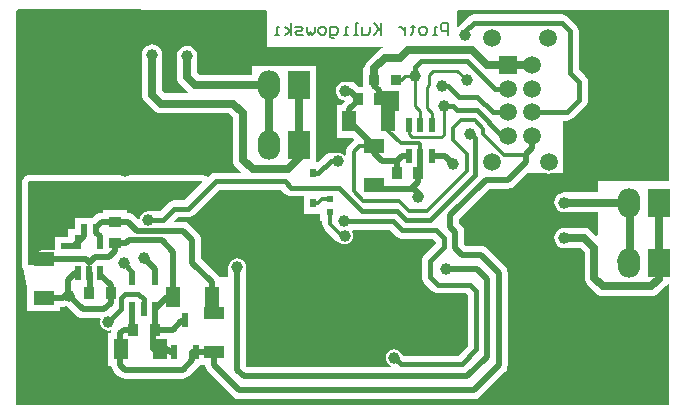
<source format=gbl>
G04 Layer_Physical_Order=2*
G04 Layer_Color=16711680*
%FSAX23Y23*%
%MOIN*%
G70*
G01*
G75*
%ADD10R,0.067X0.043*%
%ADD13R,0.039X0.037*%
%ADD15R,0.071X0.045*%
%ADD17R,0.024X0.020*%
%ADD18R,0.020X0.024*%
%ADD21R,0.037X0.039*%
%ADD22R,0.045X0.071*%
%ADD33C,0.016*%
%ADD34C,0.010*%
%ADD35C,0.012*%
%ADD36C,0.020*%
%ADD37C,0.028*%
%ADD38C,0.008*%
%ADD58R,0.075X0.098*%
%ADD59O,0.075X0.098*%
%ADD60C,0.059*%
%ADD61R,0.059X0.059*%
%ADD62C,0.236*%
%ADD63C,0.039*%
%ADD64R,0.035X0.035*%
%ADD65R,0.024X0.031*%
%ADD66R,0.024X0.048*%
%ADD67R,0.060X0.071*%
G36*
X00643Y00781D02*
X00644Y00777D01*
X00583Y00716D01*
X00550D01*
X00543Y00715D01*
X00536Y00712D01*
X00530Y00708D01*
X00503Y00680D01*
X00461D01*
X00454Y00679D01*
X00447Y00676D01*
X00441Y00672D01*
X00437Y00666D01*
X00434Y00659D01*
X00434Y00655D01*
X00428Y00654D01*
X00416Y00666D01*
X00410Y00671D01*
X00403Y00674D01*
X00395Y00675D01*
X00392D01*
Y00683D01*
X00313D01*
Y00675D01*
X00307D01*
X00300Y00674D01*
X00293Y00671D01*
X00286Y00666D01*
X00286Y00666D01*
X00279Y00659D01*
X00217D01*
Y00629D01*
X00217Y00627D01*
Y00622D01*
X00196D01*
Y00595D01*
X00183D01*
X00181Y00595D01*
X00152D01*
Y00551D01*
X00115D01*
X00108Y00550D01*
X00100Y00547D01*
X00094Y00542D01*
X00090Y00536D01*
X00087Y00529D01*
X00086Y00521D01*
X00087Y00514D01*
X00090Y00506D01*
X00091Y00505D01*
X00088Y00500D01*
X00062D01*
Y00777D01*
X00067Y00782D01*
X00643Y00781D01*
D02*
G37*
G36*
X00855Y01352D02*
X00859Y01349D01*
X00859Y01336D01*
X00858D01*
Y01228D01*
X01245D01*
X01245Y01223D01*
X01243Y01223D01*
X01234Y01220D01*
X01227Y01214D01*
X01193Y01179D01*
X01187Y01172D01*
X01184Y01164D01*
X01183Y01156D01*
X01179D01*
Y01094D01*
X01165D01*
X01158Y01102D01*
X01151Y01107D01*
X01144Y01110D01*
X01136Y01111D01*
X01117D01*
X01109Y01110D01*
X01102Y01107D01*
X01096Y01102D01*
X01091Y01096D01*
X01088Y01089D01*
X01087Y01081D01*
X01088Y01073D01*
X01091Y01066D01*
X01096Y01060D01*
X01102Y01055D01*
X01109Y01052D01*
X01115Y01051D01*
X01117Y01046D01*
X01112Y01042D01*
X01107Y01035D01*
X01107Y01035D01*
X01091D01*
Y00925D01*
X01146D01*
X01149Y00921D01*
X01149Y00916D01*
X01148Y00915D01*
X01129Y00896D01*
X01125Y00891D01*
X01122Y00885D01*
X01121Y00878D01*
Y00866D01*
X01116Y00865D01*
X01115Y00867D01*
X01109Y00871D01*
X01102Y00874D01*
X01095Y00875D01*
X01071D01*
X01064Y00874D01*
X01057Y00871D01*
X01051Y00867D01*
X01028Y00843D01*
X01023Y00845D01*
Y01165D01*
X00808D01*
Y01135D01*
X00634D01*
X00626Y01143D01*
Y01197D01*
X00625Y01206D01*
X00622Y01214D01*
X00616Y01221D01*
X00609Y01227D01*
X00601Y01230D01*
X00592Y01231D01*
X00584Y01230D01*
X00575Y01227D01*
X00569Y01221D01*
X00563Y01214D01*
X00560Y01206D01*
X00559Y01197D01*
Y01129D01*
X00560Y01121D01*
X00563Y01112D01*
X00569Y01105D01*
X00596Y01078D01*
X00595Y01073D01*
X00519D01*
X00509Y01083D01*
Y01202D01*
X00508Y01211D01*
X00505Y01219D01*
X00499Y01226D01*
X00492Y01232D01*
X00484Y01235D01*
X00475Y01236D01*
X00467Y01235D01*
X00458Y01232D01*
X00451Y01226D01*
X00446Y01219D01*
X00443Y01211D01*
X00442Y01202D01*
Y01069D01*
X00443Y01061D01*
X00446Y01053D01*
X00451Y01046D01*
X00481Y01016D01*
X00488Y01010D01*
X00497Y01007D01*
X00505Y01006D01*
X00732D01*
X00745Y00992D01*
Y00852D01*
X00746Y00843D01*
X00750Y00835D01*
X00755Y00828D01*
X00771Y00812D01*
X00769Y00808D01*
X00687D01*
X00680Y00807D01*
X00673Y00804D01*
X00667Y00800D01*
X00663Y00795D01*
X00657Y00796D01*
X00657Y00796D01*
X00653Y00798D01*
X00650Y00800D01*
X00650Y00800D01*
X00650Y00800D01*
X00646Y00801D01*
X00643Y00801D01*
X00067Y00802D01*
X00067Y00802D01*
X00067Y00802D01*
X00063Y00801D01*
X00059Y00801D01*
X00059Y00801D01*
X00059Y00801D01*
X00056Y00798D01*
X00052Y00796D01*
X00052Y00796D01*
X00052Y00796D01*
X00048Y00792D01*
X00048Y00792D01*
X00048Y00792D01*
X00046Y00788D01*
X00043Y00785D01*
X00043Y00785D01*
X00043Y00785D01*
X00043Y00781D01*
X00042Y00777D01*
X00042Y00777D01*
X00042Y00777D01*
Y00500D01*
X00043Y00492D01*
X00044Y00491D01*
X00060Y00426D01*
X00060D01*
Y00349D01*
X00170D01*
Y00362D01*
X00179D01*
X00187Y00363D01*
X00191Y00364D01*
X00223Y00332D01*
X00223Y00332D01*
X00229Y00328D01*
X00237Y00325D01*
X00244Y00324D01*
X00244Y00324D01*
X00301D01*
X00304Y00319D01*
X00303Y00317D01*
X00302Y00310D01*
X00303Y00303D01*
X00306Y00296D01*
X00310Y00290D01*
X00316Y00286D01*
X00323Y00283D01*
X00330Y00282D01*
X00337Y00283D01*
X00340Y00280D01*
X00339Y00275D01*
X00329D01*
Y00165D01*
X00340D01*
X00341Y00158D01*
X00344Y00151D01*
X00349Y00145D01*
X00363Y00130D01*
X00363Y00130D01*
X00369Y00126D01*
X00377Y00123D01*
X00384Y00122D01*
X00384Y00122D01*
X00578D01*
X00586Y00123D01*
X00593Y00126D01*
X00599Y00130D01*
X00631Y00162D01*
X00631Y00162D01*
X00636Y00168D01*
X00636Y00169D01*
X00653D01*
Y00167D01*
X00654Y00159D01*
X00657Y00152D01*
X00661Y00146D01*
X00744Y00063D01*
X00744Y00063D01*
X00750Y00058D01*
X00757Y00055D01*
X00765Y00054D01*
X01549D01*
X01557Y00055D01*
X01564Y00058D01*
X01570Y00063D01*
X01652Y00145D01*
X01657Y00151D01*
X01660Y00158D01*
X01661Y00166D01*
Y00475D01*
X01660Y00483D01*
X01657Y00490D01*
X01652Y00496D01*
X01592Y00556D01*
X01586Y00561D01*
X01579Y00564D01*
X01571Y00565D01*
X01520D01*
X01515Y00570D01*
Y00612D01*
X01514Y00620D01*
X01511Y00627D01*
X01506Y00633D01*
X01506Y00633D01*
X01498Y00641D01*
Y00654D01*
X01599Y00755D01*
X01662D01*
X01670Y00756D01*
X01677Y00759D01*
X01683Y00764D01*
X01725Y00806D01*
X01789D01*
X01797Y00805D01*
X01806Y00806D01*
X01844D01*
Y00982D01*
X01859D01*
X01866Y00983D01*
X01873Y00986D01*
X01878Y00990D01*
X01920Y01031D01*
X01924Y01037D01*
X01927Y01044D01*
X01928Y01051D01*
Y01110D01*
X01927Y01117D01*
X01924Y01124D01*
X01920Y01130D01*
X01897Y01153D01*
Y01281D01*
X01896Y01288D01*
X01893Y01295D01*
X01889Y01301D01*
X01861Y01328D01*
X01855Y01332D01*
X01849Y01335D01*
X01842Y01336D01*
X01548D01*
X01541Y01335D01*
X01534Y01332D01*
X01529Y01328D01*
X01501Y01300D01*
X01496Y01294D01*
X01496Y01293D01*
X01491Y01294D01*
Y01348D01*
X01494Y01352D01*
X02199Y01351D01*
Y00782D01*
X01961D01*
Y00743D01*
X01850D01*
X01841Y00742D01*
X01833Y00739D01*
X01826Y00733D01*
X01821Y00726D01*
X01817Y00718D01*
X01816Y00709D01*
X01817Y00701D01*
X01821Y00693D01*
X01826Y00686D01*
X01833Y00680D01*
X01841Y00677D01*
X01850Y00676D01*
X01961D01*
Y00601D01*
X01956Y00599D01*
X01940Y00615D01*
X01933Y00621D01*
X01925Y00624D01*
X01916Y00625D01*
X01850D01*
X01841Y00624D01*
X01833Y00621D01*
X01826Y00615D01*
X01821Y00608D01*
X01817Y00600D01*
X01816Y00591D01*
X01817Y00583D01*
X01821Y00574D01*
X01826Y00567D01*
X01833Y00562D01*
X01841Y00559D01*
X01850Y00558D01*
X01902D01*
X01917Y00543D01*
Y00459D01*
X01918Y00451D01*
X01921Y00443D01*
X01926Y00436D01*
X01955Y00407D01*
X01962Y00401D01*
X01971Y00398D01*
X01979Y00397D01*
X02139D01*
X02148Y00398D01*
X02156Y00401D01*
X02163Y00407D01*
X02188Y00431D01*
X02194Y00438D01*
X02194Y00440D01*
X02199Y00439D01*
Y00035D01*
X02198Y00034D01*
X00023D01*
Y01349D01*
X00027Y01353D01*
X00855Y01352D01*
D02*
G37*
G36*
X00919Y00739D02*
X00925Y00735D01*
X00932Y00732D01*
X00939Y00731D01*
X00981D01*
Y00672D01*
X01036D01*
Y00647D01*
X01043D01*
Y00637D01*
X01044Y00630D01*
X01047Y00624D01*
X01051Y00619D01*
X01090Y00580D01*
X01095Y00576D01*
X01101Y00573D01*
X01108Y00572D01*
X01108D01*
X01111Y00571D01*
X01118Y00570D01*
X01125Y00571D01*
X01132Y00574D01*
X01138Y00578D01*
X01142Y00584D01*
X01145Y00591D01*
X01146Y00598D01*
X01145Y00605D01*
X01142Y00612D01*
X01141Y00613D01*
X01144Y00618D01*
X01266D01*
X01288Y00597D01*
X01293Y00593D01*
X01300Y00590D01*
X01307Y00589D01*
X01412D01*
X01422Y00578D01*
Y00573D01*
X01382Y00533D01*
X01378Y00527D01*
X01375Y00520D01*
X01374Y00513D01*
Y00460D01*
X01375Y00453D01*
X01378Y00446D01*
X01382Y00440D01*
X01408Y00414D01*
X01414Y00410D01*
X01421Y00407D01*
X01428Y00406D01*
X01523D01*
X01528Y00401D01*
Y00232D01*
X01495Y00199D01*
X01315D01*
X01302Y00212D01*
X01296Y00216D01*
X01290Y00219D01*
X01282Y00220D01*
X01275Y00219D01*
X01268Y00216D01*
X01263Y00212D01*
X01258Y00206D01*
X01255Y00200D01*
X01255Y00192D01*
X01255Y00185D01*
X01258Y00179D01*
X01263Y00173D01*
X01271Y00164D01*
X01269Y00160D01*
X00793D01*
X00789Y00164D01*
Y00479D01*
X00789Y00480D01*
X00789Y00481D01*
X00790Y00488D01*
Y00493D01*
X00789Y00501D01*
X00786Y00508D01*
X00781Y00514D01*
X00775Y00519D01*
X00768Y00522D01*
X00760Y00523D01*
X00752Y00522D01*
X00745Y00519D01*
X00739Y00514D01*
X00734Y00508D01*
X00731Y00501D01*
X00730Y00493D01*
Y00488D01*
X00730Y00487D01*
X00730Y00486D01*
X00729Y00479D01*
Y00460D01*
X00701D01*
X00697Y00465D01*
X00697Y00465D01*
X00640Y00522D01*
Y00584D01*
X00639Y00592D01*
X00636Y00599D01*
X00631Y00605D01*
X00601Y00635D01*
X00595Y00640D01*
X00588Y00643D01*
X00580Y00644D01*
X00552D01*
X00550Y00649D01*
X00562Y00660D01*
X00595D01*
X00602Y00661D01*
X00609Y00664D01*
X00615Y00668D01*
X00699Y00752D01*
X00906D01*
X00919Y00739D01*
D02*
G37*
%LPC*%
G36*
X00197Y01290D02*
X00189Y01289D01*
X00182Y01286D01*
X00176Y01281D01*
X00171Y01275D01*
X00168Y01268D01*
X00167Y01260D01*
Y01181D01*
X00168Y01173D01*
X00171Y01166D01*
X00176Y01160D01*
X00182Y01155D01*
X00189Y01152D01*
X00197Y01151D01*
X00205Y01152D01*
X00212Y01155D01*
X00218Y01160D01*
X00223Y01166D01*
X00226Y01173D01*
X00227Y01181D01*
Y01260D01*
X00226Y01268D01*
X00223Y01275D01*
X00218Y01281D01*
X00212Y01286D01*
X00205Y01289D01*
X00197Y01290D01*
D02*
G37*
G36*
X02071Y01207D02*
X02033D01*
X02025Y01206D01*
X02018Y01203D01*
X02012Y01198D01*
X02007Y01192D01*
X02004Y01185D01*
X02003Y01177D01*
X02004Y01169D01*
X02007Y01162D01*
X02012Y01156D01*
X02018Y01151D01*
X02025Y01148D01*
X02033Y01147D01*
X02071D01*
X02079Y01148D01*
X02086Y01151D01*
X02092Y01156D01*
X02097Y01162D01*
X02100Y01169D01*
X02101Y01177D01*
X02100Y01185D01*
X02097Y01192D01*
X02092Y01198D01*
X02086Y01203D01*
X02079Y01206D01*
X02071Y01207D01*
D02*
G37*
G36*
X00227Y00227D02*
X00158D01*
X00150Y00226D01*
X00143Y00223D01*
X00137Y00218D01*
X00132Y00212D01*
X00129Y00205D01*
X00128Y00197D01*
X00129Y00189D01*
X00132Y00182D01*
X00137Y00176D01*
X00143Y00171D01*
X00150Y00168D01*
X00158Y00167D01*
X00227D01*
X00235Y00168D01*
X00242Y00171D01*
X00248Y00176D01*
X00253Y00182D01*
X00256Y00189D01*
X00257Y00197D01*
X00256Y00205D01*
X00253Y00212D01*
X00248Y00218D01*
X00242Y00223D01*
X00235Y00226D01*
X00227Y00227D01*
D02*
G37*
%LPD*%
D10*
X00682Y00210D02*
D03*
Y00340D02*
D03*
D13*
X00352Y00645D02*
D03*
Y00574D02*
D03*
D15*
X00115Y00391D02*
D03*
Y00521D02*
D03*
X01216Y00766D02*
D03*
Y00896D02*
D03*
D17*
X01067Y00720D02*
D03*
Y00676D02*
D03*
X00183Y00522D02*
D03*
Y00565D02*
D03*
D18*
X00247Y00627D02*
D03*
X00290D02*
D03*
D21*
X00337Y00408D02*
D03*
X00266D02*
D03*
X00413Y00285D02*
D03*
X00484D02*
D03*
X01363Y00806D02*
D03*
X01292D02*
D03*
X01162Y01055D02*
D03*
X01233D02*
D03*
D22*
X00676Y00395D02*
D03*
X00546D02*
D03*
X00371Y00220D02*
D03*
X00501D02*
D03*
X01133Y00980D02*
D03*
X01263D02*
D03*
D33*
X01012Y00806D02*
X01030D01*
X01278Y00646D02*
X01307Y00617D01*
X01292Y00681D02*
X01323Y00650D01*
X01175Y00681D02*
X01292D01*
X01097Y00759D02*
X01175Y00681D01*
X00939Y00759D02*
X01097D01*
X00918Y00780D02*
X00939Y00759D01*
X00687Y00780D02*
X00918D01*
X01423Y00617D02*
X01450Y00590D01*
Y00561D02*
Y00590D01*
X01402Y00513D02*
X01450Y00561D01*
X01402Y00460D02*
Y00513D01*
X01307Y00617D02*
X01423D01*
X00595Y00688D02*
X00687Y00780D01*
X00550Y00688D02*
X00595D01*
X01535Y00434D02*
X01556Y00413D01*
X01428Y00434D02*
X01535D01*
X01402Y00460D02*
X01428Y00434D01*
X01556Y00220D02*
Y00413D01*
X01507Y00171D02*
X01556Y00220D01*
X01304Y00171D02*
X01507D01*
X01282Y00192D02*
X01304Y00171D01*
X01478Y01030D02*
X01491Y01016D01*
X01560Y01060D02*
X01611Y01010D01*
X01500Y01060D02*
X01560D01*
X01462Y01099D02*
X01500Y01060D01*
X01441Y01099D02*
X01462D01*
X01611Y01010D02*
X01663D01*
X01353Y01130D02*
Y01161D01*
X01619Y01089D02*
X01663D01*
X01448Y01030D02*
X01478D01*
X01742Y01010D02*
X01859D01*
X00447Y00354D02*
Y00387D01*
X00429Y00405D02*
X00447Y00387D01*
X00386Y00405D02*
X00429D01*
X01353Y01161D02*
X01373Y01181D01*
X01526D01*
X01619Y01089D01*
X01520Y01280D02*
X01548Y01308D01*
X01520Y01266D02*
Y01280D01*
X00373Y00353D02*
Y00392D01*
X00386Y00405D01*
X00330Y00310D02*
X00373Y00353D01*
X01491Y01016D02*
X01557D01*
X01642Y00931D01*
X01663D01*
X01540Y00936D02*
X01553Y00923D01*
X01030Y00806D02*
X01071Y00847D01*
X01095D01*
X01859Y01010D02*
X01900Y01051D01*
Y01110D01*
X01548Y01308D02*
X01842D01*
X01869Y01281D01*
Y01141D02*
Y01281D01*
Y01141D02*
X01900Y01110D01*
X01553Y00800D02*
Y00923D01*
X01323Y00650D02*
X01403D01*
X01553Y00800D01*
X00410Y00457D02*
Y00478D01*
X00381Y00507D02*
X00410Y00478D01*
X00513Y00651D02*
X00550Y00688D01*
X00512Y00652D02*
X00513Y00651D01*
X00461Y00652D02*
X00512D01*
X01116Y00646D02*
X01278D01*
D34*
X01333Y00937D02*
X01343Y00926D01*
X01440D01*
X01317Y01130D02*
X01353D01*
X01306Y01119D02*
X01317Y01130D01*
X01287Y01119D02*
X01306D01*
X01363Y00806D02*
X01370Y00813D01*
X01398Y01100D02*
Y01134D01*
X01391Y01093D02*
X01398Y01100D01*
X01391Y01024D02*
Y01093D01*
Y01024D02*
X01407Y01008D01*
Y00968D02*
Y01008D01*
X01370Y00968D02*
Y01013D01*
X01353Y01030D02*
X01370Y01013D01*
X01353Y01030D02*
Y01130D01*
X01233Y01055D02*
X01271Y01048D01*
X01398Y01134D02*
X01413Y01149D01*
X01492D01*
X01448Y00934D02*
Y01030D01*
X01333Y00937D02*
Y00968D01*
X01440Y00926D02*
X01448Y00934D01*
X01492Y01149D02*
X01524Y01117D01*
D35*
X01108Y00598D02*
X01118D01*
X01069Y00637D02*
X01108Y00598D01*
X01069Y00637D02*
Y00674D01*
X01042Y00720D02*
X01067D01*
X01030Y00708D02*
X01042Y00720D01*
X01012Y00708D02*
X01030D01*
X01300Y00714D02*
X01332Y00682D01*
X01180Y00714D02*
X01300D01*
X01147Y00747D02*
X01180Y00714D01*
X01147Y00747D02*
Y00878D01*
X01304Y00908D02*
X01365D01*
X01263Y00949D02*
X01304Y00908D01*
X01365D02*
X01370Y00903D01*
X01552Y00983D02*
X01580Y00955D01*
Y00938D02*
Y00955D01*
Y00938D02*
X01650Y00867D01*
X01479Y00918D02*
Y00956D01*
X01650Y00867D02*
X01717D01*
X01370Y00864D02*
Y00903D01*
X01263Y00949D02*
Y00980D01*
X01479Y00956D02*
X01506Y00983D01*
X01552D01*
X01479Y00918D02*
X01526Y00871D01*
X01717Y00867D02*
X01722Y00872D01*
X01166Y00897D02*
X01216D01*
X01147Y00878D02*
X01166Y00897D01*
X01332Y00682D02*
X01393D01*
X01526Y00815D01*
Y00871D01*
D36*
X01227Y00755D02*
X01340D01*
X01216Y00766D02*
X01227Y00755D01*
X00781Y00130D02*
X01526D01*
X00765Y00084D02*
X01549D01*
X00682Y00167D02*
X00765Y00084D01*
X00682Y00167D02*
Y00210D01*
X01508Y00535D02*
X01571D01*
X00370Y00274D02*
X00381Y00285D01*
X00370Y00166D02*
Y00274D01*
Y00166D02*
X00384Y00151D01*
X00197Y00197D02*
X00227D01*
X00384Y00151D02*
X00578D01*
X01571Y00535D02*
X01631Y00475D01*
Y00166D02*
Y00475D01*
X01549Y00084D02*
X01631Y00166D01*
X01742Y00892D02*
Y00931D01*
X00195Y00402D02*
Y00407D01*
X00218Y00475D02*
X00228D01*
X00195Y00452D02*
X00218Y00475D01*
X00195Y00407D02*
Y00452D01*
X00115Y00391D02*
X00179D01*
X00115Y00521D02*
X00183D01*
X01340Y00755D02*
X01363Y00778D01*
Y00806D01*
X01310Y00864D02*
X01333D01*
X00578Y00151D02*
X00610Y00183D01*
X00337Y00408D02*
Y00434D01*
X00352Y00574D02*
X00387D01*
X00398Y00584D01*
X00507D02*
X00546Y00545D01*
X00580Y00614D02*
X00610Y00584D01*
X00546Y00395D02*
Y00545D01*
X00676Y00395D02*
Y00443D01*
X00610Y00509D02*
X00676Y00443D01*
X00610Y00509D02*
Y00584D01*
X00352Y00546D02*
Y00574D01*
X00332Y00526D02*
X00352Y00546D01*
X00285Y00526D02*
X00332D01*
X00290Y00627D02*
X00307Y00645D01*
X00352D01*
X00395D01*
X00526Y00395D02*
X00546D01*
X00485Y00354D02*
X00526Y00395D01*
X00682Y00340D02*
Y00416D01*
X00610Y00211D02*
X00682D01*
X00610Y00183D02*
Y00211D01*
X00544Y00285D02*
X00572Y00314D01*
X00484Y00285D02*
X00544D01*
X00525Y00220D02*
X00535Y00211D01*
X00479Y00220D02*
X00525D01*
X00479Y00281D02*
X00484Y00285D01*
X00479Y00220D02*
Y00281D01*
X00484Y00353D02*
X00485Y00354D01*
X00484Y00285D02*
Y00353D01*
X00410Y00288D02*
X00413Y00285D01*
X00410Y00288D02*
Y00354D01*
X00303Y00468D02*
Y00475D01*
Y00468D02*
X00337Y00434D01*
X00265Y00475D02*
X00267Y00473D01*
Y00420D02*
Y00473D01*
X00215Y00565D02*
X00228Y00578D01*
X00183Y00565D02*
X00215D01*
X00228Y00578D02*
X00247Y00597D01*
Y00627D01*
X00290Y00609D02*
Y00627D01*
Y00609D02*
X00303Y00596D01*
Y00578D02*
Y00596D01*
X00265Y00506D02*
X00285Y00526D01*
X00265Y00506D02*
Y00510D01*
X00254Y00522D02*
X00265Y00510D01*
X00183Y00522D02*
X00254D01*
X01233Y01055D02*
Y01083D01*
X01216Y01099D02*
X01233Y01083D01*
X01216Y01099D02*
Y01119D01*
X01292Y00806D02*
Y00847D01*
X01310Y00864D01*
X01370Y00813D02*
Y00864D01*
X01133Y01020D02*
X01167Y01055D01*
X01117Y01081D02*
X01136D01*
X01162Y01055D01*
X01263Y00980D02*
Y01042D01*
X01133Y00980D02*
Y01020D01*
Y00980D02*
X01216Y00897D01*
Y00896D02*
Y00897D01*
X01407Y00864D02*
X01451D01*
X01479Y00836D01*
X01243Y00847D02*
X01292D01*
X01216Y00874D02*
X01243Y00847D01*
X01216Y00874D02*
Y00896D01*
X00381Y00285D02*
X00413D01*
X00244Y00353D02*
X00315D01*
X00337Y00375D01*
Y00408D01*
X00197Y01181D02*
Y01260D01*
X00158Y00197D02*
X00197D01*
X01722Y00845D02*
Y00872D01*
X01742Y00892D01*
X01526Y00130D02*
X01591Y00195D01*
Y00455D01*
X01558Y00488D02*
X01591Y00455D01*
X01455Y00488D02*
X01558D01*
X01340Y00755D02*
X01348D01*
X01372Y00731D01*
X01369Y00728D02*
X01372Y00731D01*
X01361Y00728D02*
X01369D01*
X02033Y01177D02*
X02071D01*
X01485Y00558D02*
X01508Y00535D01*
X01468Y00629D02*
X01485Y00612D01*
Y00558D02*
Y00612D01*
X01468Y00629D02*
Y00666D01*
X01587Y00785D01*
X01662D01*
X01722Y00845D01*
X00179Y00391D02*
X00195Y00407D01*
Y00402D02*
X00244Y00353D01*
X00485Y00457D02*
Y00487D01*
X00449Y00523D02*
X00485Y00487D01*
X00395Y00645D02*
X00426Y00614D01*
X00398Y00584D02*
X00507D01*
X00426Y00614D02*
X00476D01*
X00477Y00614D01*
X00580D01*
X00760Y00488D02*
Y00493D01*
X00759Y00152D02*
X00781Y00130D01*
X00759Y00152D02*
Y00479D01*
D37*
X00779Y00852D02*
Y01006D01*
X00746Y01039D02*
X00779Y01006D01*
X00505Y01039D02*
X00746D01*
X00779Y00852D02*
X00811Y00820D01*
X00928D01*
X01850Y00591D02*
X01916D01*
X01850Y00709D02*
X02035D01*
X00928Y00820D02*
X00964Y00856D01*
X01950Y00459D02*
X01979Y00430D01*
X01950Y00459D02*
Y00557D01*
X01916Y00591D02*
X01950Y00557D01*
X02164Y00455D02*
Y00708D01*
X00475Y01069D02*
X00505Y01039D01*
X00475Y01069D02*
Y01202D01*
X00620Y01101D02*
X00864D01*
X00592Y01129D02*
X00620Y01101D01*
X00592Y01129D02*
Y01197D01*
X00964Y00856D02*
Y00901D01*
X00864D02*
Y01101D01*
X00964Y00901D02*
Y01101D01*
X01592Y01167D02*
X01663D01*
X01251Y01190D02*
X01301D01*
X01216Y01156D02*
X01251Y01190D01*
X01216Y01119D02*
Y01156D01*
X01663Y01167D02*
X01742D01*
X01301Y01190D02*
X01328Y01217D01*
X01542D01*
X01592Y01167D01*
X02040Y00514D02*
X02067Y00541D01*
Y00741D01*
X02035Y00709D02*
X02067Y00741D01*
X01979Y00430D02*
X02139D01*
X02164Y00455D01*
D38*
X01463Y01269D02*
Y01308D01*
X01443D01*
X01437Y01302D01*
Y01289D01*
X01443Y01282D01*
X01463D01*
X01424Y01269D02*
X01411D01*
X01417D01*
Y01295D01*
X01424D01*
X01384Y01269D02*
X01371D01*
X01365Y01276D01*
Y01289D01*
X01371Y01295D01*
X01384D01*
X01391Y01289D01*
Y01276D01*
X01384Y01269D01*
X01345Y01302D02*
Y01295D01*
X01351D01*
X01338D01*
X01345D01*
Y01276D01*
X01338Y01269D01*
X01319Y01295D02*
Y01269D01*
Y01282D01*
X01312Y01289D01*
X01306Y01295D01*
X01299D01*
X01240Y01308D02*
Y01269D01*
Y01282D01*
X01214Y01308D01*
X01233Y01289D01*
X01214Y01269D01*
X01201Y01295D02*
Y01276D01*
X01194Y01269D01*
X01174D01*
Y01295D01*
X01161Y01269D02*
X01148D01*
X01155D01*
Y01308D01*
X01161D01*
X01128Y01269D02*
X01115D01*
X01122D01*
Y01295D01*
X01128D01*
X01083Y01256D02*
X01076D01*
X01069Y01262D01*
Y01295D01*
X01089D01*
X01096Y01289D01*
Y01276D01*
X01089Y01269D01*
X01069D01*
X01050D02*
X01037D01*
X01030Y01276D01*
Y01289D01*
X01037Y01295D01*
X01050D01*
X01056Y01289D01*
Y01276D01*
X01050Y01269D01*
X01017Y01295D02*
Y01276D01*
X01010Y01269D01*
X01004Y01276D01*
X00997Y01269D01*
X00991Y01276D01*
Y01295D01*
X00978Y01269D02*
X00958D01*
X00951Y01276D01*
X00958Y01282D01*
X00971D01*
X00978Y01289D01*
X00971Y01295D01*
X00951D01*
X00938Y01269D02*
Y01308D01*
Y01282D02*
X00919Y01295D01*
X00938Y01282D02*
X00919Y01269D01*
X00899D02*
X00886D01*
X00892D01*
Y01295D01*
X00899D01*
D58*
X00964Y01101D02*
D03*
Y00901D02*
D03*
X02165Y00707D02*
D03*
Y00507D02*
D03*
D59*
X00864Y01101D02*
D03*
Y00901D02*
D03*
X02065Y00707D02*
D03*
Y00507D02*
D03*
D60*
X01742Y01089D02*
D03*
X01663D02*
D03*
Y00931D02*
D03*
X01742Y01167D02*
D03*
X01796Y01256D02*
D03*
X01609D02*
D03*
X01610Y00843D02*
D03*
X01797D02*
D03*
X01742Y00931D02*
D03*
Y01010D02*
D03*
X01663D02*
D03*
D61*
Y01167D02*
D03*
D62*
X00197Y00197D02*
D03*
X02047D02*
D03*
Y01181D02*
D03*
X00197D02*
D03*
D63*
X01271Y01048D02*
D03*
X00870Y00728D02*
D03*
X00815Y00729D02*
D03*
X00761Y00728D02*
D03*
X01850Y00591D02*
D03*
Y00709D02*
D03*
X01536Y00936D02*
D03*
X00385Y00815D02*
D03*
X00592Y01197D02*
D03*
X00475Y01202D02*
D03*
X01777Y00455D02*
D03*
X01282Y00192D02*
D03*
X01455Y00488D02*
D03*
X01441Y01099D02*
D03*
X01448Y01030D02*
D03*
X01353Y01130D02*
D03*
X01117Y01081D02*
D03*
X01524Y01117D02*
D03*
X01479Y00836D02*
D03*
X00200Y00398D02*
D03*
X01520Y01266D02*
D03*
X00330Y00310D02*
D03*
X01095Y00847D02*
D03*
X01361Y00728D02*
D03*
X01118Y00598D02*
D03*
X01223Y00589D02*
D03*
X01105Y00428D02*
D03*
X00381Y00507D02*
D03*
X00449Y00523D02*
D03*
X00461Y00652D02*
D03*
X00474Y00734D02*
D03*
X00760Y00493D02*
D03*
X00786Y00692D02*
D03*
X00735D02*
D03*
X00841D02*
D03*
X00897D02*
D03*
X01180Y00497D02*
D03*
Y00531D02*
D03*
X00957Y00650D02*
D03*
X01277Y00420D02*
D03*
X01116Y00646D02*
D03*
X01392Y00401D02*
D03*
D64*
X01287Y01119D02*
D03*
X01216D02*
D03*
D65*
X01012Y00806D02*
D03*
Y00708D02*
D03*
D66*
X00623Y00212D02*
D03*
X00586Y00316D02*
D03*
X00549Y00212D02*
D03*
X00303Y00578D02*
D03*
Y00475D02*
D03*
X00265D02*
D03*
X00228D02*
D03*
Y00578D02*
D03*
X00485Y00457D02*
D03*
Y00354D02*
D03*
X00447D02*
D03*
X00410D02*
D03*
Y00457D02*
D03*
X01333Y00968D02*
D03*
Y00864D02*
D03*
X01370D02*
D03*
Y00968D02*
D03*
X01407Y00864D02*
D03*
Y00968D02*
D03*
D67*
X01270Y01046D02*
D03*
M02*

</source>
